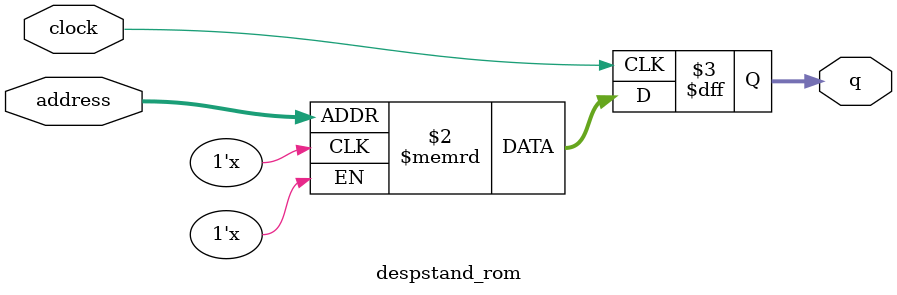
<source format=sv>
module despstand_rom (
	input logic clock,
	input logic [11:0] address,
	output logic [3:0] q
);

logic [3:0] memory [0:4095] /* synthesis ram_init_file = "./despstand/despstand.mif" */;

always_ff @ (posedge clock) begin
	q <= memory[address];
end

endmodule

</source>
